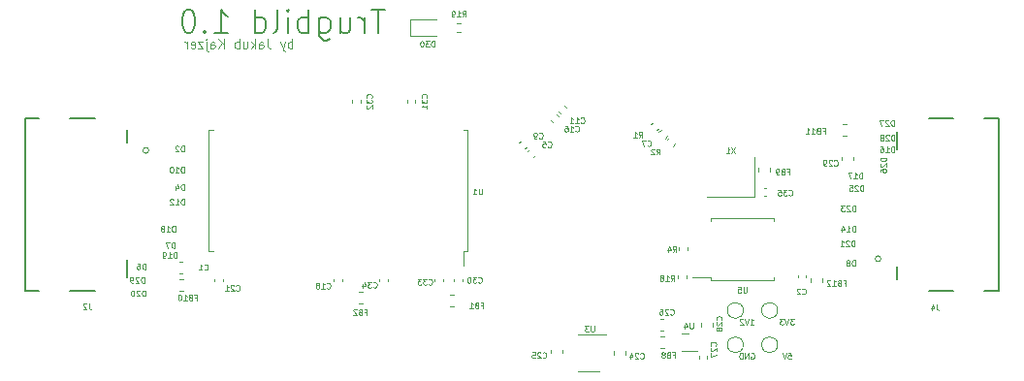
<source format=gbr>
%TF.GenerationSoftware,KiCad,Pcbnew,(5.1.10)-1*%
%TF.CreationDate,2021-07-24T21:30:02+02:00*%
%TF.ProjectId,Trugbild,54727567-6269-46c6-942e-6b696361645f,rev?*%
%TF.SameCoordinates,Original*%
%TF.FileFunction,Legend,Bot*%
%TF.FilePolarity,Positive*%
%FSLAX46Y46*%
G04 Gerber Fmt 4.6, Leading zero omitted, Abs format (unit mm)*
G04 Created by KiCad (PCBNEW (5.1.10)-1) date 2021-07-24 21:30:02*
%MOMM*%
%LPD*%
G01*
G04 APERTURE LIST*
%ADD10C,0.125000*%
%ADD11C,0.150000*%
%ADD12C,0.120000*%
%ADD13C,0.100000*%
%ADD14C,0.127000*%
G04 APERTURE END LIST*
D10*
X125316666Y-91039904D02*
X125316666Y-90239904D01*
X125316666Y-90544666D02*
X125240476Y-90506571D01*
X125088095Y-90506571D01*
X125011904Y-90544666D01*
X124973809Y-90582761D01*
X124935714Y-90658952D01*
X124935714Y-90887523D01*
X124973809Y-90963714D01*
X125011904Y-91001809D01*
X125088095Y-91039904D01*
X125240476Y-91039904D01*
X125316666Y-91001809D01*
X124669047Y-90506571D02*
X124478571Y-91039904D01*
X124288095Y-90506571D02*
X124478571Y-91039904D01*
X124554761Y-91230380D01*
X124592857Y-91268476D01*
X124669047Y-91306571D01*
X123145238Y-90239904D02*
X123145238Y-90811333D01*
X123183333Y-90925619D01*
X123259523Y-91001809D01*
X123373809Y-91039904D01*
X123450000Y-91039904D01*
X122421428Y-91039904D02*
X122421428Y-90620857D01*
X122459523Y-90544666D01*
X122535714Y-90506571D01*
X122688095Y-90506571D01*
X122764285Y-90544666D01*
X122421428Y-91001809D02*
X122497619Y-91039904D01*
X122688095Y-91039904D01*
X122764285Y-91001809D01*
X122802380Y-90925619D01*
X122802380Y-90849428D01*
X122764285Y-90773238D01*
X122688095Y-90735142D01*
X122497619Y-90735142D01*
X122421428Y-90697047D01*
X122040476Y-91039904D02*
X122040476Y-90239904D01*
X121964285Y-90735142D02*
X121735714Y-91039904D01*
X121735714Y-90506571D02*
X122040476Y-90811333D01*
X121050000Y-90506571D02*
X121050000Y-91039904D01*
X121392857Y-90506571D02*
X121392857Y-90925619D01*
X121354761Y-91001809D01*
X121278571Y-91039904D01*
X121164285Y-91039904D01*
X121088095Y-91001809D01*
X121050000Y-90963714D01*
X120669047Y-91039904D02*
X120669047Y-90239904D01*
X120669047Y-90544666D02*
X120592857Y-90506571D01*
X120440476Y-90506571D01*
X120364285Y-90544666D01*
X120326190Y-90582761D01*
X120288095Y-90658952D01*
X120288095Y-90887523D01*
X120326190Y-90963714D01*
X120364285Y-91001809D01*
X120440476Y-91039904D01*
X120592857Y-91039904D01*
X120669047Y-91001809D01*
X119335714Y-91039904D02*
X119335714Y-90239904D01*
X118878571Y-91039904D02*
X119221428Y-90582761D01*
X118878571Y-90239904D02*
X119335714Y-90697047D01*
X118192857Y-91039904D02*
X118192857Y-90620857D01*
X118230952Y-90544666D01*
X118307142Y-90506571D01*
X118459523Y-90506571D01*
X118535714Y-90544666D01*
X118192857Y-91001809D02*
X118269047Y-91039904D01*
X118459523Y-91039904D01*
X118535714Y-91001809D01*
X118573809Y-90925619D01*
X118573809Y-90849428D01*
X118535714Y-90773238D01*
X118459523Y-90735142D01*
X118269047Y-90735142D01*
X118192857Y-90697047D01*
X117811904Y-90506571D02*
X117811904Y-91192285D01*
X117850000Y-91268476D01*
X117926190Y-91306571D01*
X117964285Y-91306571D01*
X117811904Y-90239904D02*
X117850000Y-90278000D01*
X117811904Y-90316095D01*
X117773809Y-90278000D01*
X117811904Y-90239904D01*
X117811904Y-90316095D01*
X117507142Y-90506571D02*
X117088095Y-90506571D01*
X117507142Y-91039904D01*
X117088095Y-91039904D01*
X116478571Y-91001809D02*
X116554761Y-91039904D01*
X116707142Y-91039904D01*
X116783333Y-91001809D01*
X116821428Y-90925619D01*
X116821428Y-90620857D01*
X116783333Y-90544666D01*
X116707142Y-90506571D01*
X116554761Y-90506571D01*
X116478571Y-90544666D01*
X116440476Y-90620857D01*
X116440476Y-90697047D01*
X116821428Y-90773238D01*
X116097619Y-91039904D02*
X116097619Y-90506571D01*
X116097619Y-90658952D02*
X116059523Y-90582761D01*
X116021428Y-90544666D01*
X115945238Y-90506571D01*
X115869047Y-90506571D01*
D11*
X133402380Y-87694761D02*
X132259523Y-87694761D01*
X132830952Y-89694761D02*
X132830952Y-87694761D01*
X131592857Y-89694761D02*
X131592857Y-88361428D01*
X131592857Y-88742380D02*
X131497619Y-88551904D01*
X131402380Y-88456666D01*
X131211904Y-88361428D01*
X131021428Y-88361428D01*
X129497619Y-88361428D02*
X129497619Y-89694761D01*
X130354761Y-88361428D02*
X130354761Y-89409047D01*
X130259523Y-89599523D01*
X130069047Y-89694761D01*
X129783333Y-89694761D01*
X129592857Y-89599523D01*
X129497619Y-89504285D01*
X127688095Y-88361428D02*
X127688095Y-89980476D01*
X127783333Y-90170952D01*
X127878571Y-90266190D01*
X128069047Y-90361428D01*
X128354761Y-90361428D01*
X128545238Y-90266190D01*
X127688095Y-89599523D02*
X127878571Y-89694761D01*
X128259523Y-89694761D01*
X128450000Y-89599523D01*
X128545238Y-89504285D01*
X128640476Y-89313809D01*
X128640476Y-88742380D01*
X128545238Y-88551904D01*
X128450000Y-88456666D01*
X128259523Y-88361428D01*
X127878571Y-88361428D01*
X127688095Y-88456666D01*
X126735714Y-89694761D02*
X126735714Y-87694761D01*
X126735714Y-88456666D02*
X126545238Y-88361428D01*
X126164285Y-88361428D01*
X125973809Y-88456666D01*
X125878571Y-88551904D01*
X125783333Y-88742380D01*
X125783333Y-89313809D01*
X125878571Y-89504285D01*
X125973809Y-89599523D01*
X126164285Y-89694761D01*
X126545238Y-89694761D01*
X126735714Y-89599523D01*
X124926190Y-89694761D02*
X124926190Y-88361428D01*
X124926190Y-87694761D02*
X125021428Y-87790000D01*
X124926190Y-87885238D01*
X124830952Y-87790000D01*
X124926190Y-87694761D01*
X124926190Y-87885238D01*
X123688095Y-89694761D02*
X123878571Y-89599523D01*
X123973809Y-89409047D01*
X123973809Y-87694761D01*
X122069047Y-89694761D02*
X122069047Y-87694761D01*
X122069047Y-89599523D02*
X122259523Y-89694761D01*
X122640476Y-89694761D01*
X122830952Y-89599523D01*
X122926190Y-89504285D01*
X123021428Y-89313809D01*
X123021428Y-88742380D01*
X122926190Y-88551904D01*
X122830952Y-88456666D01*
X122640476Y-88361428D01*
X122259523Y-88361428D01*
X122069047Y-88456666D01*
X118545238Y-89694761D02*
X119688095Y-89694761D01*
X119116666Y-89694761D02*
X119116666Y-87694761D01*
X119307142Y-87980476D01*
X119497619Y-88170952D01*
X119688095Y-88266190D01*
X117688095Y-89504285D02*
X117592857Y-89599523D01*
X117688095Y-89694761D01*
X117783333Y-89599523D01*
X117688095Y-89504285D01*
X117688095Y-89694761D01*
X116354761Y-87694761D02*
X116164285Y-87694761D01*
X115973809Y-87790000D01*
X115878571Y-87885238D01*
X115783333Y-88075714D01*
X115688095Y-88456666D01*
X115688095Y-88932857D01*
X115783333Y-89313809D01*
X115878571Y-89504285D01*
X115973809Y-89599523D01*
X116164285Y-89694761D01*
X116354761Y-89694761D01*
X116545238Y-89599523D01*
X116640476Y-89504285D01*
X116735714Y-89313809D01*
X116830952Y-88932857D01*
X116830952Y-88456666D01*
X116735714Y-88075714D01*
X116640476Y-87885238D01*
X116545238Y-87790000D01*
X116354761Y-87694761D01*
D12*
%TO.C,GND*%
X164700000Y-116950000D02*
G75*
G03*
X164700000Y-116950000I-700000J0D01*
G01*
%TO.C,1V2*%
X164700000Y-113950000D02*
G75*
G03*
X164700000Y-113950000I-700000J0D01*
G01*
%TO.C,3V3*%
X167700000Y-113950000D02*
G75*
G03*
X167700000Y-113950000I-700000J0D01*
G01*
%TO.C,5V*%
X167700000Y-116950000D02*
G75*
G03*
X167700000Y-116950000I-700000J0D01*
G01*
%TO.C,U1*%
X118430000Y-108800000D02*
X118030000Y-108800000D01*
X118430000Y-98200000D02*
X118030000Y-98200000D01*
X140630000Y-98200000D02*
X140230000Y-98200000D01*
X118030000Y-108800000D02*
X118030000Y-98200000D01*
X140630000Y-108800000D02*
X140630000Y-98200000D01*
X140230000Y-108800000D02*
X140630000Y-108800000D01*
X140230000Y-110000000D02*
X140230000Y-108800000D01*
%TO.C,U5*%
X161860000Y-111075000D02*
X160210000Y-111075000D01*
X161860000Y-111335000D02*
X161860000Y-111075000D01*
X164610000Y-111335000D02*
X161860000Y-111335000D01*
X167360000Y-111335000D02*
X167360000Y-111075000D01*
X164610000Y-111335000D02*
X167360000Y-111335000D01*
X161860000Y-105885000D02*
X161860000Y-106145000D01*
X164610000Y-105885000D02*
X161860000Y-105885000D01*
X167360000Y-105885000D02*
X167360000Y-106145000D01*
X164610000Y-105885000D02*
X167360000Y-105885000D01*
%TO.C,R19*%
X140003641Y-88860000D02*
X139696359Y-88860000D01*
X140003641Y-89620000D02*
X139696359Y-89620000D01*
%TO.C,D30*%
X137910000Y-90005000D02*
X135625000Y-90005000D01*
X135625000Y-90005000D02*
X135625000Y-88535000D01*
X135625000Y-88535000D02*
X137910000Y-88535000D01*
%TO.C,R18*%
X159780000Y-111153641D02*
X159780000Y-110846359D01*
X159020000Y-111153641D02*
X159020000Y-110846359D01*
%TO.C,R4*%
X159810000Y-108713641D02*
X159810000Y-108406359D01*
X159050000Y-108713641D02*
X159050000Y-108406359D01*
%TO.C,FB12*%
X171620000Y-111502779D02*
X171620000Y-111177221D01*
X170600000Y-111502779D02*
X170600000Y-111177221D01*
%TO.C,C2*%
X169450000Y-110862164D02*
X169450000Y-111077836D01*
X170170000Y-110862164D02*
X170170000Y-111077836D01*
%TO.C,X1*%
X165698269Y-104049275D02*
X161498269Y-104049275D01*
X165698269Y-100549275D02*
X165698269Y-104049275D01*
%TO.C,FB11*%
X173387221Y-98730000D02*
X173712779Y-98730000D01*
X173387221Y-97710000D02*
X173712779Y-97710000D01*
%TO.C,FB10*%
X115802779Y-111200000D02*
X115477221Y-111200000D01*
X115802779Y-112220000D02*
X115477221Y-112220000D01*
%TO.C,FB9*%
X166041149Y-101468987D02*
X166041149Y-101794545D01*
X167061149Y-101468987D02*
X167061149Y-101794545D01*
%TO.C,FB8*%
X157762779Y-116190000D02*
X157437221Y-116190000D01*
X157762779Y-117210000D02*
X157437221Y-117210000D01*
%TO.C,FB2*%
X131137221Y-113360000D02*
X131462779Y-113360000D01*
X131137221Y-112340000D02*
X131462779Y-112340000D01*
%TO.C,FB1*%
X139087221Y-113560000D02*
X139412779Y-113560000D01*
X139087221Y-112540000D02*
X139412779Y-112540000D01*
%TO.C,C1*%
X115740580Y-109690000D02*
X115459420Y-109690000D01*
X115740580Y-110710000D02*
X115459420Y-110710000D01*
%TO.C,C35*%
X166502164Y-103950000D02*
X166717836Y-103950000D01*
X166502164Y-103230000D02*
X166717836Y-103230000D01*
%TO.C,C29*%
X173300000Y-100529420D02*
X173300000Y-100810580D01*
X174320000Y-100529420D02*
X174320000Y-100810580D01*
%TO.C,C28*%
X162010000Y-115340580D02*
X162010000Y-115059420D01*
X160990000Y-115340580D02*
X160990000Y-115059420D01*
%TO.C,C26*%
X157740580Y-114690000D02*
X157459420Y-114690000D01*
X157740580Y-115710000D02*
X157459420Y-115710000D01*
%TO.C,C25*%
X147890000Y-117409420D02*
X147890000Y-117690580D01*
X148910000Y-117409420D02*
X148910000Y-117690580D01*
%TO.C,C24*%
X153390000Y-117509420D02*
X153390000Y-117790580D01*
X154410000Y-117509420D02*
X154410000Y-117790580D01*
%TO.C,R2*%
X158548060Y-99586141D02*
X158765341Y-99368860D01*
X158010659Y-99048740D02*
X158227940Y-98831459D01*
%TO.C,R1*%
X157516740Y-98171059D02*
X157299459Y-98388340D01*
X158054141Y-98708460D02*
X157836860Y-98925741D01*
%TO.C,C34*%
X132940000Y-111192164D02*
X132940000Y-111407836D01*
X133660000Y-111192164D02*
X133660000Y-111407836D01*
%TO.C,C33*%
X137740000Y-111192164D02*
X137740000Y-111407836D01*
X138460000Y-111192164D02*
X138460000Y-111407836D01*
%TO.C,C32*%
X131260000Y-95807836D02*
X131260000Y-95592164D01*
X130540000Y-95807836D02*
X130540000Y-95592164D01*
%TO.C,C31*%
X136060000Y-95807836D02*
X136060000Y-95592164D01*
X135340000Y-95807836D02*
X135340000Y-95592164D01*
%TO.C,C30*%
X139440000Y-111192164D02*
X139440000Y-111407836D01*
X140160000Y-111192164D02*
X140160000Y-111407836D01*
%TO.C,C27*%
X160822000Y-117947764D02*
X160822000Y-118163436D01*
X161542000Y-117947764D02*
X161542000Y-118163436D01*
%TO.C,C21*%
X118540000Y-111192164D02*
X118540000Y-111407836D01*
X119260000Y-111192164D02*
X119260000Y-111407836D01*
%TO.C,C18*%
X128940000Y-111192164D02*
X128940000Y-111407836D01*
X129660000Y-111192164D02*
X129660000Y-111407836D01*
%TO.C,C16*%
X147882794Y-97314703D02*
X148035297Y-97467206D01*
X148391911Y-96805586D02*
X148544414Y-96958089D01*
%TO.C,C11*%
X148589901Y-96607596D02*
X148742404Y-96760099D01*
X149099018Y-96098479D02*
X149251521Y-96250982D01*
%TO.C,C9*%
X145271693Y-99169190D02*
X145119190Y-99321693D01*
X145780810Y-99678307D02*
X145628307Y-99830810D01*
%TO.C,C7*%
X157143907Y-98218810D02*
X157296410Y-98066307D01*
X156634790Y-97709693D02*
X156787293Y-97557190D01*
%TO.C,C5*%
X146021693Y-99869190D02*
X145869190Y-100021693D01*
X146530810Y-100378307D02*
X146378307Y-100530810D01*
D13*
%TO.C,J4*%
X176714000Y-109430000D02*
G75*
G03*
X176714000Y-109430000I-254000J0D01*
G01*
D14*
X183060000Y-97200000D02*
X180870000Y-97200000D01*
X187000000Y-97200000D02*
X185770000Y-97200000D01*
X187000000Y-112200000D02*
X187000000Y-97200000D01*
X185770000Y-112200000D02*
X187000000Y-112200000D01*
X180870000Y-112200000D02*
X183060000Y-112200000D01*
X178100000Y-110150000D02*
X178100000Y-111250000D01*
X178100000Y-98350000D02*
X178100000Y-99850000D01*
%TO.C,J2*%
X110890000Y-111050000D02*
X110890000Y-109550000D01*
X110890000Y-99250000D02*
X110890000Y-98150000D01*
X108120000Y-97200000D02*
X105930000Y-97200000D01*
X103220000Y-97200000D02*
X101990000Y-97200000D01*
X101990000Y-97200000D02*
X101990000Y-112200000D01*
X101990000Y-112200000D02*
X103220000Y-112200000D01*
X105930000Y-112200000D02*
X108120000Y-112200000D01*
D13*
X112784000Y-99970000D02*
G75*
G03*
X112784000Y-99970000I-254000J0D01*
G01*
D12*
%TO.C,U4*%
X159932000Y-116000000D02*
X159282000Y-116000000D01*
X160632000Y-117450000D02*
X159282000Y-117450000D01*
%TO.C,U3*%
X152100000Y-119260000D02*
X150300000Y-119260000D01*
X150300000Y-116040000D02*
X152750000Y-116040000D01*
%TO.C,GND*%
D10*
X165380952Y-117700000D02*
X165428571Y-117676190D01*
X165500000Y-117676190D01*
X165571428Y-117700000D01*
X165619047Y-117747619D01*
X165642857Y-117795238D01*
X165666666Y-117890476D01*
X165666666Y-117961904D01*
X165642857Y-118057142D01*
X165619047Y-118104761D01*
X165571428Y-118152380D01*
X165500000Y-118176190D01*
X165452380Y-118176190D01*
X165380952Y-118152380D01*
X165357142Y-118128571D01*
X165357142Y-117961904D01*
X165452380Y-117961904D01*
X165142857Y-118176190D02*
X165142857Y-117676190D01*
X164857142Y-118176190D01*
X164857142Y-117676190D01*
X164619047Y-118176190D02*
X164619047Y-117676190D01*
X164500000Y-117676190D01*
X164428571Y-117700000D01*
X164380952Y-117747619D01*
X164357142Y-117795238D01*
X164333333Y-117890476D01*
X164333333Y-117961904D01*
X164357142Y-118057142D01*
X164380952Y-118104761D01*
X164428571Y-118152380D01*
X164500000Y-118176190D01*
X164619047Y-118176190D01*
%TO.C,1V2*%
X165309523Y-115176190D02*
X165595238Y-115176190D01*
X165452380Y-115176190D02*
X165452380Y-114676190D01*
X165500000Y-114747619D01*
X165547619Y-114795238D01*
X165595238Y-114819047D01*
X165166666Y-114676190D02*
X165000000Y-115176190D01*
X164833333Y-114676190D01*
X164690476Y-114723809D02*
X164666666Y-114700000D01*
X164619047Y-114676190D01*
X164500000Y-114676190D01*
X164452380Y-114700000D01*
X164428571Y-114723809D01*
X164404761Y-114771428D01*
X164404761Y-114819047D01*
X164428571Y-114890476D01*
X164714285Y-115176190D01*
X164404761Y-115176190D01*
%TO.C,3V3*%
X169119047Y-114676190D02*
X168809523Y-114676190D01*
X168976190Y-114866666D01*
X168904761Y-114866666D01*
X168857142Y-114890476D01*
X168833333Y-114914285D01*
X168809523Y-114961904D01*
X168809523Y-115080952D01*
X168833333Y-115128571D01*
X168857142Y-115152380D01*
X168904761Y-115176190D01*
X169047619Y-115176190D01*
X169095238Y-115152380D01*
X169119047Y-115128571D01*
X168666666Y-114676190D02*
X168500000Y-115176190D01*
X168333333Y-114676190D01*
X168214285Y-114676190D02*
X167904761Y-114676190D01*
X168071428Y-114866666D01*
X168000000Y-114866666D01*
X167952380Y-114890476D01*
X167928571Y-114914285D01*
X167904761Y-114961904D01*
X167904761Y-115080952D01*
X167928571Y-115128571D01*
X167952380Y-115152380D01*
X168000000Y-115176190D01*
X168142857Y-115176190D01*
X168190476Y-115152380D01*
X168214285Y-115128571D01*
%TO.C,5V*%
X168595238Y-117676190D02*
X168833333Y-117676190D01*
X168857142Y-117914285D01*
X168833333Y-117890476D01*
X168785714Y-117866666D01*
X168666666Y-117866666D01*
X168619047Y-117890476D01*
X168595238Y-117914285D01*
X168571428Y-117961904D01*
X168571428Y-118080952D01*
X168595238Y-118128571D01*
X168619047Y-118152380D01*
X168666666Y-118176190D01*
X168785714Y-118176190D01*
X168833333Y-118152380D01*
X168857142Y-118128571D01*
X168428571Y-117676190D02*
X168261904Y-118176190D01*
X168095238Y-117676190D01*
%TO.C,U1*%
X141871652Y-103307390D02*
X141871652Y-103712152D01*
X141847842Y-103759771D01*
X141824033Y-103783580D01*
X141776414Y-103807390D01*
X141681176Y-103807390D01*
X141633557Y-103783580D01*
X141609747Y-103759771D01*
X141585938Y-103712152D01*
X141585938Y-103307390D01*
X141085938Y-103807390D02*
X141371652Y-103807390D01*
X141228795Y-103807390D02*
X141228795Y-103307390D01*
X141276414Y-103378819D01*
X141324033Y-103426438D01*
X141371652Y-103450247D01*
%TO.C,U5*%
X164990952Y-111896190D02*
X164990952Y-112300952D01*
X164967142Y-112348571D01*
X164943333Y-112372380D01*
X164895714Y-112396190D01*
X164800476Y-112396190D01*
X164752857Y-112372380D01*
X164729047Y-112348571D01*
X164705238Y-112300952D01*
X164705238Y-111896190D01*
X164229047Y-111896190D02*
X164467142Y-111896190D01*
X164490952Y-112134285D01*
X164467142Y-112110476D01*
X164419523Y-112086666D01*
X164300476Y-112086666D01*
X164252857Y-112110476D01*
X164229047Y-112134285D01*
X164205238Y-112181904D01*
X164205238Y-112300952D01*
X164229047Y-112348571D01*
X164252857Y-112372380D01*
X164300476Y-112396190D01*
X164419523Y-112396190D01*
X164467142Y-112372380D01*
X164490952Y-112348571D01*
%TO.C,R19*%
X140171428Y-88296190D02*
X140338095Y-88058095D01*
X140457142Y-88296190D02*
X140457142Y-87796190D01*
X140266666Y-87796190D01*
X140219047Y-87820000D01*
X140195238Y-87843809D01*
X140171428Y-87891428D01*
X140171428Y-87962857D01*
X140195238Y-88010476D01*
X140219047Y-88034285D01*
X140266666Y-88058095D01*
X140457142Y-88058095D01*
X139695238Y-88296190D02*
X139980952Y-88296190D01*
X139838095Y-88296190D02*
X139838095Y-87796190D01*
X139885714Y-87867619D01*
X139933333Y-87915238D01*
X139980952Y-87939047D01*
X139457142Y-88296190D02*
X139361904Y-88296190D01*
X139314285Y-88272380D01*
X139290476Y-88248571D01*
X139242857Y-88177142D01*
X139219047Y-88081904D01*
X139219047Y-87891428D01*
X139242857Y-87843809D01*
X139266666Y-87820000D01*
X139314285Y-87796190D01*
X139409523Y-87796190D01*
X139457142Y-87820000D01*
X139480952Y-87843809D01*
X139504761Y-87891428D01*
X139504761Y-88010476D01*
X139480952Y-88058095D01*
X139457142Y-88081904D01*
X139409523Y-88105714D01*
X139314285Y-88105714D01*
X139266666Y-88081904D01*
X139242857Y-88058095D01*
X139219047Y-88010476D01*
%TO.C,D30*%
X137717142Y-90926190D02*
X137717142Y-90426190D01*
X137598095Y-90426190D01*
X137526666Y-90450000D01*
X137479047Y-90497619D01*
X137455238Y-90545238D01*
X137431428Y-90640476D01*
X137431428Y-90711904D01*
X137455238Y-90807142D01*
X137479047Y-90854761D01*
X137526666Y-90902380D01*
X137598095Y-90926190D01*
X137717142Y-90926190D01*
X137264761Y-90426190D02*
X136955238Y-90426190D01*
X137121904Y-90616666D01*
X137050476Y-90616666D01*
X137002857Y-90640476D01*
X136979047Y-90664285D01*
X136955238Y-90711904D01*
X136955238Y-90830952D01*
X136979047Y-90878571D01*
X137002857Y-90902380D01*
X137050476Y-90926190D01*
X137193333Y-90926190D01*
X137240952Y-90902380D01*
X137264761Y-90878571D01*
X136645714Y-90426190D02*
X136598095Y-90426190D01*
X136550476Y-90450000D01*
X136526666Y-90473809D01*
X136502857Y-90521428D01*
X136479047Y-90616666D01*
X136479047Y-90735714D01*
X136502857Y-90830952D01*
X136526666Y-90878571D01*
X136550476Y-90902380D01*
X136598095Y-90926190D01*
X136645714Y-90926190D01*
X136693333Y-90902380D01*
X136717142Y-90878571D01*
X136740952Y-90830952D01*
X136764761Y-90735714D01*
X136764761Y-90616666D01*
X136740952Y-90521428D01*
X136717142Y-90473809D01*
X136693333Y-90450000D01*
X136645714Y-90426190D01*
%TO.C,R18*%
X158372928Y-111376590D02*
X158539595Y-111138495D01*
X158658642Y-111376590D02*
X158658642Y-110876590D01*
X158468166Y-110876590D01*
X158420547Y-110900400D01*
X158396738Y-110924209D01*
X158372928Y-110971828D01*
X158372928Y-111043257D01*
X158396738Y-111090876D01*
X158420547Y-111114685D01*
X158468166Y-111138495D01*
X158658642Y-111138495D01*
X157896738Y-111376590D02*
X158182452Y-111376590D01*
X158039595Y-111376590D02*
X158039595Y-110876590D01*
X158087214Y-110948019D01*
X158134833Y-110995638D01*
X158182452Y-111019447D01*
X157611023Y-111090876D02*
X157658642Y-111067066D01*
X157682452Y-111043257D01*
X157706261Y-110995638D01*
X157706261Y-110971828D01*
X157682452Y-110924209D01*
X157658642Y-110900400D01*
X157611023Y-110876590D01*
X157515785Y-110876590D01*
X157468166Y-110900400D01*
X157444357Y-110924209D01*
X157420547Y-110971828D01*
X157420547Y-110995638D01*
X157444357Y-111043257D01*
X157468166Y-111067066D01*
X157515785Y-111090876D01*
X157611023Y-111090876D01*
X157658642Y-111114685D01*
X157682452Y-111138495D01*
X157706261Y-111186114D01*
X157706261Y-111281352D01*
X157682452Y-111328971D01*
X157658642Y-111352780D01*
X157611023Y-111376590D01*
X157515785Y-111376590D01*
X157468166Y-111352780D01*
X157444357Y-111328971D01*
X157420547Y-111281352D01*
X157420547Y-111186114D01*
X157444357Y-111138495D01*
X157468166Y-111114685D01*
X157515785Y-111090876D01*
%TO.C,R4*%
X158541233Y-108861990D02*
X158707900Y-108623895D01*
X158826947Y-108861990D02*
X158826947Y-108361990D01*
X158636471Y-108361990D01*
X158588852Y-108385800D01*
X158565042Y-108409609D01*
X158541233Y-108457228D01*
X158541233Y-108528657D01*
X158565042Y-108576276D01*
X158588852Y-108600085D01*
X158636471Y-108623895D01*
X158826947Y-108623895D01*
X158112661Y-108528657D02*
X158112661Y-108861990D01*
X158231709Y-108338180D02*
X158350757Y-108695323D01*
X158041233Y-108695323D01*
%TO.C,FB12*%
X173501761Y-111521085D02*
X173668428Y-111521085D01*
X173668428Y-111782990D02*
X173668428Y-111282990D01*
X173430333Y-111282990D01*
X173073190Y-111521085D02*
X173001761Y-111544895D01*
X172977952Y-111568704D01*
X172954142Y-111616323D01*
X172954142Y-111687752D01*
X172977952Y-111735371D01*
X173001761Y-111759180D01*
X173049380Y-111782990D01*
X173239857Y-111782990D01*
X173239857Y-111282990D01*
X173073190Y-111282990D01*
X173025571Y-111306800D01*
X173001761Y-111330609D01*
X172977952Y-111378228D01*
X172977952Y-111425847D01*
X173001761Y-111473466D01*
X173025571Y-111497276D01*
X173073190Y-111521085D01*
X173239857Y-111521085D01*
X172477952Y-111782990D02*
X172763666Y-111782990D01*
X172620809Y-111782990D02*
X172620809Y-111282990D01*
X172668428Y-111354419D01*
X172716047Y-111402038D01*
X172763666Y-111425847D01*
X172287476Y-111330609D02*
X172263666Y-111306800D01*
X172216047Y-111282990D01*
X172097000Y-111282990D01*
X172049380Y-111306800D01*
X172025571Y-111330609D01*
X172001761Y-111378228D01*
X172001761Y-111425847D01*
X172025571Y-111497276D01*
X172311285Y-111782990D01*
X172001761Y-111782990D01*
%TO.C,C2*%
X169844233Y-112484671D02*
X169868042Y-112508480D01*
X169939471Y-112532290D01*
X169987090Y-112532290D01*
X170058519Y-112508480D01*
X170106138Y-112460861D01*
X170129947Y-112413242D01*
X170153757Y-112318004D01*
X170153757Y-112246576D01*
X170129947Y-112151338D01*
X170106138Y-112103719D01*
X170058519Y-112056100D01*
X169987090Y-112032290D01*
X169939471Y-112032290D01*
X169868042Y-112056100D01*
X169844233Y-112079909D01*
X169653757Y-112079909D02*
X169629947Y-112056100D01*
X169582328Y-112032290D01*
X169463280Y-112032290D01*
X169415661Y-112056100D01*
X169391852Y-112079909D01*
X169368042Y-112127528D01*
X169368042Y-112175147D01*
X169391852Y-112246576D01*
X169677566Y-112532290D01*
X169368042Y-112532290D01*
%TO.C,X1*%
X164003030Y-99738690D02*
X163669697Y-100238690D01*
X163669697Y-99738690D02*
X164003030Y-100238690D01*
X163217316Y-100238690D02*
X163503030Y-100238690D01*
X163360173Y-100238690D02*
X163360173Y-99738690D01*
X163407792Y-99810119D01*
X163455411Y-99857738D01*
X163503030Y-99881547D01*
%TO.C,FB11*%
X171647561Y-98249585D02*
X171814228Y-98249585D01*
X171814228Y-98511490D02*
X171814228Y-98011490D01*
X171576133Y-98011490D01*
X171218990Y-98249585D02*
X171147561Y-98273395D01*
X171123752Y-98297204D01*
X171099942Y-98344823D01*
X171099942Y-98416252D01*
X171123752Y-98463871D01*
X171147561Y-98487680D01*
X171195180Y-98511490D01*
X171385657Y-98511490D01*
X171385657Y-98011490D01*
X171218990Y-98011490D01*
X171171371Y-98035300D01*
X171147561Y-98059109D01*
X171123752Y-98106728D01*
X171123752Y-98154347D01*
X171147561Y-98201966D01*
X171171371Y-98225776D01*
X171218990Y-98249585D01*
X171385657Y-98249585D01*
X170623752Y-98511490D02*
X170909466Y-98511490D01*
X170766609Y-98511490D02*
X170766609Y-98011490D01*
X170814228Y-98082919D01*
X170861847Y-98130538D01*
X170909466Y-98154347D01*
X170147561Y-98511490D02*
X170433276Y-98511490D01*
X170290419Y-98511490D02*
X170290419Y-98011490D01*
X170338038Y-98082919D01*
X170385657Y-98130538D01*
X170433276Y-98154347D01*
%TO.C,FB10*%
X116834361Y-112803785D02*
X117001028Y-112803785D01*
X117001028Y-113065690D02*
X117001028Y-112565690D01*
X116762933Y-112565690D01*
X116405790Y-112803785D02*
X116334361Y-112827595D01*
X116310552Y-112851404D01*
X116286742Y-112899023D01*
X116286742Y-112970452D01*
X116310552Y-113018071D01*
X116334361Y-113041880D01*
X116381980Y-113065690D01*
X116572457Y-113065690D01*
X116572457Y-112565690D01*
X116405790Y-112565690D01*
X116358171Y-112589500D01*
X116334361Y-112613309D01*
X116310552Y-112660928D01*
X116310552Y-112708547D01*
X116334361Y-112756166D01*
X116358171Y-112779976D01*
X116405790Y-112803785D01*
X116572457Y-112803785D01*
X115810552Y-113065690D02*
X116096266Y-113065690D01*
X115953409Y-113065690D02*
X115953409Y-112565690D01*
X116001028Y-112637119D01*
X116048647Y-112684738D01*
X116096266Y-112708547D01*
X115501028Y-112565690D02*
X115453409Y-112565690D01*
X115405790Y-112589500D01*
X115381980Y-112613309D01*
X115358171Y-112660928D01*
X115334361Y-112756166D01*
X115334361Y-112875214D01*
X115358171Y-112970452D01*
X115381980Y-113018071D01*
X115405790Y-113041880D01*
X115453409Y-113065690D01*
X115501028Y-113065690D01*
X115548647Y-113041880D01*
X115572457Y-113018071D01*
X115596266Y-112970452D01*
X115620076Y-112875214D01*
X115620076Y-112756166D01*
X115596266Y-112660928D01*
X115572457Y-112613309D01*
X115548647Y-112589500D01*
X115501028Y-112565690D01*
%TO.C,FB9*%
X168564666Y-101805585D02*
X168731333Y-101805585D01*
X168731333Y-102067490D02*
X168731333Y-101567490D01*
X168493238Y-101567490D01*
X168136095Y-101805585D02*
X168064666Y-101829395D01*
X168040857Y-101853204D01*
X168017047Y-101900823D01*
X168017047Y-101972252D01*
X168040857Y-102019871D01*
X168064666Y-102043680D01*
X168112285Y-102067490D01*
X168302761Y-102067490D01*
X168302761Y-101567490D01*
X168136095Y-101567490D01*
X168088476Y-101591300D01*
X168064666Y-101615109D01*
X168040857Y-101662728D01*
X168040857Y-101710347D01*
X168064666Y-101757966D01*
X168088476Y-101781776D01*
X168136095Y-101805585D01*
X168302761Y-101805585D01*
X167778952Y-102067490D02*
X167683714Y-102067490D01*
X167636095Y-102043680D01*
X167612285Y-102019871D01*
X167564666Y-101948442D01*
X167540857Y-101853204D01*
X167540857Y-101662728D01*
X167564666Y-101615109D01*
X167588476Y-101591300D01*
X167636095Y-101567490D01*
X167731333Y-101567490D01*
X167778952Y-101591300D01*
X167802761Y-101615109D01*
X167826571Y-101662728D01*
X167826571Y-101781776D01*
X167802761Y-101829395D01*
X167778952Y-101853204D01*
X167731333Y-101877014D01*
X167636095Y-101877014D01*
X167588476Y-101853204D01*
X167564666Y-101829395D01*
X167540857Y-101781776D01*
%TO.C,FB8*%
X158582466Y-117832985D02*
X158749133Y-117832985D01*
X158749133Y-118094890D02*
X158749133Y-117594890D01*
X158511038Y-117594890D01*
X158153895Y-117832985D02*
X158082466Y-117856795D01*
X158058657Y-117880604D01*
X158034847Y-117928223D01*
X158034847Y-117999652D01*
X158058657Y-118047271D01*
X158082466Y-118071080D01*
X158130085Y-118094890D01*
X158320561Y-118094890D01*
X158320561Y-117594890D01*
X158153895Y-117594890D01*
X158106276Y-117618700D01*
X158082466Y-117642509D01*
X158058657Y-117690128D01*
X158058657Y-117737747D01*
X158082466Y-117785366D01*
X158106276Y-117809176D01*
X158153895Y-117832985D01*
X158320561Y-117832985D01*
X157749133Y-117809176D02*
X157796752Y-117785366D01*
X157820561Y-117761557D01*
X157844371Y-117713938D01*
X157844371Y-117690128D01*
X157820561Y-117642509D01*
X157796752Y-117618700D01*
X157749133Y-117594890D01*
X157653895Y-117594890D01*
X157606276Y-117618700D01*
X157582466Y-117642509D01*
X157558657Y-117690128D01*
X157558657Y-117713938D01*
X157582466Y-117761557D01*
X157606276Y-117785366D01*
X157653895Y-117809176D01*
X157749133Y-117809176D01*
X157796752Y-117832985D01*
X157820561Y-117856795D01*
X157844371Y-117904414D01*
X157844371Y-117999652D01*
X157820561Y-118047271D01*
X157796752Y-118071080D01*
X157749133Y-118094890D01*
X157653895Y-118094890D01*
X157606276Y-118071080D01*
X157582466Y-118047271D01*
X157558657Y-117999652D01*
X157558657Y-117904414D01*
X157582466Y-117856795D01*
X157606276Y-117832985D01*
X157653895Y-117809176D01*
%TO.C,FB2*%
X131671166Y-114061085D02*
X131837833Y-114061085D01*
X131837833Y-114322990D02*
X131837833Y-113822990D01*
X131599738Y-113822990D01*
X131242595Y-114061085D02*
X131171166Y-114084895D01*
X131147357Y-114108704D01*
X131123547Y-114156323D01*
X131123547Y-114227752D01*
X131147357Y-114275371D01*
X131171166Y-114299180D01*
X131218785Y-114322990D01*
X131409261Y-114322990D01*
X131409261Y-113822990D01*
X131242595Y-113822990D01*
X131194976Y-113846800D01*
X131171166Y-113870609D01*
X131147357Y-113918228D01*
X131147357Y-113965847D01*
X131171166Y-114013466D01*
X131194976Y-114037276D01*
X131242595Y-114061085D01*
X131409261Y-114061085D01*
X130933071Y-113870609D02*
X130909261Y-113846800D01*
X130861642Y-113822990D01*
X130742595Y-113822990D01*
X130694976Y-113846800D01*
X130671166Y-113870609D01*
X130647357Y-113918228D01*
X130647357Y-113965847D01*
X130671166Y-114037276D01*
X130956880Y-114322990D01*
X130647357Y-114322990D01*
%TO.C,FB1*%
X141831166Y-113489585D02*
X141997833Y-113489585D01*
X141997833Y-113751490D02*
X141997833Y-113251490D01*
X141759738Y-113251490D01*
X141402595Y-113489585D02*
X141331166Y-113513395D01*
X141307357Y-113537204D01*
X141283547Y-113584823D01*
X141283547Y-113656252D01*
X141307357Y-113703871D01*
X141331166Y-113727680D01*
X141378785Y-113751490D01*
X141569261Y-113751490D01*
X141569261Y-113251490D01*
X141402595Y-113251490D01*
X141354976Y-113275300D01*
X141331166Y-113299109D01*
X141307357Y-113346728D01*
X141307357Y-113394347D01*
X141331166Y-113441966D01*
X141354976Y-113465776D01*
X141402595Y-113489585D01*
X141569261Y-113489585D01*
X140807357Y-113751490D02*
X141093071Y-113751490D01*
X140950214Y-113751490D02*
X140950214Y-113251490D01*
X140997833Y-113322919D01*
X141045452Y-113370538D01*
X141093071Y-113394347D01*
%TO.C,C1*%
X117621833Y-110363771D02*
X117645642Y-110387580D01*
X117717071Y-110411390D01*
X117764690Y-110411390D01*
X117836119Y-110387580D01*
X117883738Y-110339961D01*
X117907547Y-110292342D01*
X117931357Y-110197104D01*
X117931357Y-110125676D01*
X117907547Y-110030438D01*
X117883738Y-109982819D01*
X117836119Y-109935200D01*
X117764690Y-109911390D01*
X117717071Y-109911390D01*
X117645642Y-109935200D01*
X117621833Y-109959009D01*
X117145642Y-110411390D02*
X117431357Y-110411390D01*
X117288500Y-110411390D02*
X117288500Y-109911390D01*
X117336119Y-109982819D01*
X117383738Y-110030438D01*
X117431357Y-110054247D01*
%TO.C,C35*%
X168667980Y-103866826D02*
X168691790Y-103890635D01*
X168763218Y-103914445D01*
X168810837Y-103914445D01*
X168882266Y-103890635D01*
X168929885Y-103843016D01*
X168953694Y-103795397D01*
X168977504Y-103700159D01*
X168977504Y-103628731D01*
X168953694Y-103533493D01*
X168929885Y-103485874D01*
X168882266Y-103438255D01*
X168810837Y-103414445D01*
X168763218Y-103414445D01*
X168691790Y-103438255D01*
X168667980Y-103462064D01*
X168501313Y-103414445D02*
X168191790Y-103414445D01*
X168358456Y-103604921D01*
X168287028Y-103604921D01*
X168239409Y-103628731D01*
X168215599Y-103652540D01*
X168191790Y-103700159D01*
X168191790Y-103819207D01*
X168215599Y-103866826D01*
X168239409Y-103890635D01*
X168287028Y-103914445D01*
X168429885Y-103914445D01*
X168477504Y-103890635D01*
X168501313Y-103866826D01*
X167739409Y-103414445D02*
X167977504Y-103414445D01*
X168001313Y-103652540D01*
X167977504Y-103628731D01*
X167929885Y-103604921D01*
X167810837Y-103604921D01*
X167763218Y-103628731D01*
X167739409Y-103652540D01*
X167715599Y-103700159D01*
X167715599Y-103819207D01*
X167739409Y-103866826D01*
X167763218Y-103890635D01*
X167810837Y-103914445D01*
X167929885Y-103914445D01*
X167977504Y-103890635D01*
X168001313Y-103866826D01*
%TO.C,C29*%
X172622328Y-101270571D02*
X172646138Y-101294380D01*
X172717566Y-101318190D01*
X172765185Y-101318190D01*
X172836614Y-101294380D01*
X172884233Y-101246761D01*
X172908042Y-101199142D01*
X172931852Y-101103904D01*
X172931852Y-101032476D01*
X172908042Y-100937238D01*
X172884233Y-100889619D01*
X172836614Y-100842000D01*
X172765185Y-100818190D01*
X172717566Y-100818190D01*
X172646138Y-100842000D01*
X172622328Y-100865809D01*
X172431852Y-100865809D02*
X172408042Y-100842000D01*
X172360423Y-100818190D01*
X172241376Y-100818190D01*
X172193757Y-100842000D01*
X172169947Y-100865809D01*
X172146138Y-100913428D01*
X172146138Y-100961047D01*
X172169947Y-101032476D01*
X172455661Y-101318190D01*
X172146138Y-101318190D01*
X171908042Y-101318190D02*
X171812804Y-101318190D01*
X171765185Y-101294380D01*
X171741376Y-101270571D01*
X171693757Y-101199142D01*
X171669947Y-101103904D01*
X171669947Y-100913428D01*
X171693757Y-100865809D01*
X171717566Y-100842000D01*
X171765185Y-100818190D01*
X171860423Y-100818190D01*
X171908042Y-100842000D01*
X171931852Y-100865809D01*
X171955661Y-100913428D01*
X171955661Y-101032476D01*
X171931852Y-101080095D01*
X171908042Y-101103904D01*
X171860423Y-101127714D01*
X171765185Y-101127714D01*
X171717566Y-101103904D01*
X171693757Y-101080095D01*
X171669947Y-101032476D01*
%TO.C,C28*%
X162778571Y-114778571D02*
X162802380Y-114754761D01*
X162826190Y-114683333D01*
X162826190Y-114635714D01*
X162802380Y-114564285D01*
X162754761Y-114516666D01*
X162707142Y-114492857D01*
X162611904Y-114469047D01*
X162540476Y-114469047D01*
X162445238Y-114492857D01*
X162397619Y-114516666D01*
X162350000Y-114564285D01*
X162326190Y-114635714D01*
X162326190Y-114683333D01*
X162350000Y-114754761D01*
X162373809Y-114778571D01*
X162373809Y-114969047D02*
X162350000Y-114992857D01*
X162326190Y-115040476D01*
X162326190Y-115159523D01*
X162350000Y-115207142D01*
X162373809Y-115230952D01*
X162421428Y-115254761D01*
X162469047Y-115254761D01*
X162540476Y-115230952D01*
X162826190Y-114945238D01*
X162826190Y-115254761D01*
X162540476Y-115540476D02*
X162516666Y-115492857D01*
X162492857Y-115469047D01*
X162445238Y-115445238D01*
X162421428Y-115445238D01*
X162373809Y-115469047D01*
X162350000Y-115492857D01*
X162326190Y-115540476D01*
X162326190Y-115635714D01*
X162350000Y-115683333D01*
X162373809Y-115707142D01*
X162421428Y-115730952D01*
X162445238Y-115730952D01*
X162492857Y-115707142D01*
X162516666Y-115683333D01*
X162540476Y-115635714D01*
X162540476Y-115540476D01*
X162564285Y-115492857D01*
X162588095Y-115469047D01*
X162635714Y-115445238D01*
X162730952Y-115445238D01*
X162778571Y-115469047D01*
X162802380Y-115492857D01*
X162826190Y-115540476D01*
X162826190Y-115635714D01*
X162802380Y-115683333D01*
X162778571Y-115707142D01*
X162730952Y-115730952D01*
X162635714Y-115730952D01*
X162588095Y-115707142D01*
X162564285Y-115683333D01*
X162540476Y-115635714D01*
%TO.C,C26*%
X158322128Y-114288071D02*
X158345938Y-114311880D01*
X158417366Y-114335690D01*
X158464985Y-114335690D01*
X158536414Y-114311880D01*
X158584033Y-114264261D01*
X158607842Y-114216642D01*
X158631652Y-114121404D01*
X158631652Y-114049976D01*
X158607842Y-113954738D01*
X158584033Y-113907119D01*
X158536414Y-113859500D01*
X158464985Y-113835690D01*
X158417366Y-113835690D01*
X158345938Y-113859500D01*
X158322128Y-113883309D01*
X158131652Y-113883309D02*
X158107842Y-113859500D01*
X158060223Y-113835690D01*
X157941176Y-113835690D01*
X157893557Y-113859500D01*
X157869747Y-113883309D01*
X157845938Y-113930928D01*
X157845938Y-113978547D01*
X157869747Y-114049976D01*
X158155461Y-114335690D01*
X157845938Y-114335690D01*
X157417366Y-113835690D02*
X157512604Y-113835690D01*
X157560223Y-113859500D01*
X157584033Y-113883309D01*
X157631652Y-113954738D01*
X157655461Y-114049976D01*
X157655461Y-114240452D01*
X157631652Y-114288071D01*
X157607842Y-114311880D01*
X157560223Y-114335690D01*
X157464985Y-114335690D01*
X157417366Y-114311880D01*
X157393557Y-114288071D01*
X157369747Y-114240452D01*
X157369747Y-114121404D01*
X157393557Y-114073785D01*
X157417366Y-114049976D01*
X157464985Y-114026166D01*
X157560223Y-114026166D01*
X157607842Y-114049976D01*
X157631652Y-114073785D01*
X157655461Y-114121404D01*
%TO.C,C25*%
X147184228Y-118059971D02*
X147208038Y-118083780D01*
X147279466Y-118107590D01*
X147327085Y-118107590D01*
X147398514Y-118083780D01*
X147446133Y-118036161D01*
X147469942Y-117988542D01*
X147493752Y-117893304D01*
X147493752Y-117821876D01*
X147469942Y-117726638D01*
X147446133Y-117679019D01*
X147398514Y-117631400D01*
X147327085Y-117607590D01*
X147279466Y-117607590D01*
X147208038Y-117631400D01*
X147184228Y-117655209D01*
X146993752Y-117655209D02*
X146969942Y-117631400D01*
X146922323Y-117607590D01*
X146803276Y-117607590D01*
X146755657Y-117631400D01*
X146731847Y-117655209D01*
X146708038Y-117702828D01*
X146708038Y-117750447D01*
X146731847Y-117821876D01*
X147017561Y-118107590D01*
X146708038Y-118107590D01*
X146255657Y-117607590D02*
X146493752Y-117607590D01*
X146517561Y-117845685D01*
X146493752Y-117821876D01*
X146446133Y-117798066D01*
X146327085Y-117798066D01*
X146279466Y-117821876D01*
X146255657Y-117845685D01*
X146231847Y-117893304D01*
X146231847Y-118012352D01*
X146255657Y-118059971D01*
X146279466Y-118083780D01*
X146327085Y-118107590D01*
X146446133Y-118107590D01*
X146493752Y-118083780D01*
X146517561Y-118059971D01*
%TO.C,C24*%
X155705928Y-118110771D02*
X155729738Y-118134580D01*
X155801166Y-118158390D01*
X155848785Y-118158390D01*
X155920214Y-118134580D01*
X155967833Y-118086961D01*
X155991642Y-118039342D01*
X156015452Y-117944104D01*
X156015452Y-117872676D01*
X155991642Y-117777438D01*
X155967833Y-117729819D01*
X155920214Y-117682200D01*
X155848785Y-117658390D01*
X155801166Y-117658390D01*
X155729738Y-117682200D01*
X155705928Y-117706009D01*
X155515452Y-117706009D02*
X155491642Y-117682200D01*
X155444023Y-117658390D01*
X155324976Y-117658390D01*
X155277357Y-117682200D01*
X155253547Y-117706009D01*
X155229738Y-117753628D01*
X155229738Y-117801247D01*
X155253547Y-117872676D01*
X155539261Y-118158390D01*
X155229738Y-118158390D01*
X154801166Y-117825057D02*
X154801166Y-118158390D01*
X154920214Y-117634580D02*
X155039261Y-117991723D01*
X154729738Y-117991723D01*
%TO.C,R2*%
X157118833Y-100340290D02*
X157285500Y-100102195D01*
X157404547Y-100340290D02*
X157404547Y-99840290D01*
X157214071Y-99840290D01*
X157166452Y-99864100D01*
X157142642Y-99887909D01*
X157118833Y-99935528D01*
X157118833Y-100006957D01*
X157142642Y-100054576D01*
X157166452Y-100078385D01*
X157214071Y-100102195D01*
X157404547Y-100102195D01*
X156928357Y-99887909D02*
X156904547Y-99864100D01*
X156856928Y-99840290D01*
X156737880Y-99840290D01*
X156690261Y-99864100D01*
X156666452Y-99887909D01*
X156642642Y-99935528D01*
X156642642Y-99983147D01*
X156666452Y-100054576D01*
X156952166Y-100340290D01*
X156642642Y-100340290D01*
%TO.C,R1*%
X155582133Y-98841689D02*
X155748800Y-98603594D01*
X155867847Y-98841689D02*
X155867847Y-98341689D01*
X155677371Y-98341689D01*
X155629752Y-98365499D01*
X155605942Y-98389308D01*
X155582133Y-98436927D01*
X155582133Y-98508356D01*
X155605942Y-98555975D01*
X155629752Y-98579784D01*
X155677371Y-98603594D01*
X155867847Y-98603594D01*
X155105942Y-98841689D02*
X155391657Y-98841689D01*
X155248800Y-98841689D02*
X155248800Y-98341689D01*
X155296419Y-98413118D01*
X155344038Y-98460737D01*
X155391657Y-98484546D01*
%TO.C,C34*%
X132388728Y-111913171D02*
X132412538Y-111936980D01*
X132483966Y-111960790D01*
X132531585Y-111960790D01*
X132603014Y-111936980D01*
X132650633Y-111889361D01*
X132674442Y-111841742D01*
X132698252Y-111746504D01*
X132698252Y-111675076D01*
X132674442Y-111579838D01*
X132650633Y-111532219D01*
X132603014Y-111484600D01*
X132531585Y-111460790D01*
X132483966Y-111460790D01*
X132412538Y-111484600D01*
X132388728Y-111508409D01*
X132222061Y-111460790D02*
X131912538Y-111460790D01*
X132079204Y-111651266D01*
X132007776Y-111651266D01*
X131960157Y-111675076D01*
X131936347Y-111698885D01*
X131912538Y-111746504D01*
X131912538Y-111865552D01*
X131936347Y-111913171D01*
X131960157Y-111936980D01*
X132007776Y-111960790D01*
X132150633Y-111960790D01*
X132198252Y-111936980D01*
X132222061Y-111913171D01*
X131483966Y-111627457D02*
X131483966Y-111960790D01*
X131603014Y-111436980D02*
X131722061Y-111794123D01*
X131412538Y-111794123D01*
%TO.C,C33*%
X137227428Y-111646471D02*
X137251238Y-111670280D01*
X137322666Y-111694090D01*
X137370285Y-111694090D01*
X137441714Y-111670280D01*
X137489333Y-111622661D01*
X137513142Y-111575042D01*
X137536952Y-111479804D01*
X137536952Y-111408376D01*
X137513142Y-111313138D01*
X137489333Y-111265519D01*
X137441714Y-111217900D01*
X137370285Y-111194090D01*
X137322666Y-111194090D01*
X137251238Y-111217900D01*
X137227428Y-111241709D01*
X137060761Y-111194090D02*
X136751238Y-111194090D01*
X136917904Y-111384566D01*
X136846476Y-111384566D01*
X136798857Y-111408376D01*
X136775047Y-111432185D01*
X136751238Y-111479804D01*
X136751238Y-111598852D01*
X136775047Y-111646471D01*
X136798857Y-111670280D01*
X136846476Y-111694090D01*
X136989333Y-111694090D01*
X137036952Y-111670280D01*
X137060761Y-111646471D01*
X136584571Y-111194090D02*
X136275047Y-111194090D01*
X136441714Y-111384566D01*
X136370285Y-111384566D01*
X136322666Y-111408376D01*
X136298857Y-111432185D01*
X136275047Y-111479804D01*
X136275047Y-111598852D01*
X136298857Y-111646471D01*
X136322666Y-111670280D01*
X136370285Y-111694090D01*
X136513142Y-111694090D01*
X136560761Y-111670280D01*
X136584571Y-111646471D01*
%TO.C,C32*%
X132238571Y-95378571D02*
X132262380Y-95354761D01*
X132286190Y-95283333D01*
X132286190Y-95235714D01*
X132262380Y-95164285D01*
X132214761Y-95116666D01*
X132167142Y-95092857D01*
X132071904Y-95069047D01*
X132000476Y-95069047D01*
X131905238Y-95092857D01*
X131857619Y-95116666D01*
X131810000Y-95164285D01*
X131786190Y-95235714D01*
X131786190Y-95283333D01*
X131810000Y-95354761D01*
X131833809Y-95378571D01*
X131786190Y-95545238D02*
X131786190Y-95854761D01*
X131976666Y-95688095D01*
X131976666Y-95759523D01*
X132000476Y-95807142D01*
X132024285Y-95830952D01*
X132071904Y-95854761D01*
X132190952Y-95854761D01*
X132238571Y-95830952D01*
X132262380Y-95807142D01*
X132286190Y-95759523D01*
X132286190Y-95616666D01*
X132262380Y-95569047D01*
X132238571Y-95545238D01*
X131833809Y-96045238D02*
X131810000Y-96069047D01*
X131786190Y-96116666D01*
X131786190Y-96235714D01*
X131810000Y-96283333D01*
X131833809Y-96307142D01*
X131881428Y-96330952D01*
X131929047Y-96330952D01*
X132000476Y-96307142D01*
X132286190Y-96021428D01*
X132286190Y-96330952D01*
%TO.C,C31*%
X137038571Y-95378571D02*
X137062380Y-95354761D01*
X137086190Y-95283333D01*
X137086190Y-95235714D01*
X137062380Y-95164285D01*
X137014761Y-95116666D01*
X136967142Y-95092857D01*
X136871904Y-95069047D01*
X136800476Y-95069047D01*
X136705238Y-95092857D01*
X136657619Y-95116666D01*
X136610000Y-95164285D01*
X136586190Y-95235714D01*
X136586190Y-95283333D01*
X136610000Y-95354761D01*
X136633809Y-95378571D01*
X136586190Y-95545238D02*
X136586190Y-95854761D01*
X136776666Y-95688095D01*
X136776666Y-95759523D01*
X136800476Y-95807142D01*
X136824285Y-95830952D01*
X136871904Y-95854761D01*
X136990952Y-95854761D01*
X137038571Y-95830952D01*
X137062380Y-95807142D01*
X137086190Y-95759523D01*
X137086190Y-95616666D01*
X137062380Y-95569047D01*
X137038571Y-95545238D01*
X137086190Y-96330952D02*
X137086190Y-96045238D01*
X137086190Y-96188095D02*
X136586190Y-96188095D01*
X136657619Y-96140476D01*
X136705238Y-96092857D01*
X136729047Y-96045238D01*
%TO.C,C30*%
X141558128Y-111494071D02*
X141581938Y-111517880D01*
X141653366Y-111541690D01*
X141700985Y-111541690D01*
X141772414Y-111517880D01*
X141820033Y-111470261D01*
X141843842Y-111422642D01*
X141867652Y-111327404D01*
X141867652Y-111255976D01*
X141843842Y-111160738D01*
X141820033Y-111113119D01*
X141772414Y-111065500D01*
X141700985Y-111041690D01*
X141653366Y-111041690D01*
X141581938Y-111065500D01*
X141558128Y-111089309D01*
X141391461Y-111041690D02*
X141081938Y-111041690D01*
X141248604Y-111232166D01*
X141177176Y-111232166D01*
X141129557Y-111255976D01*
X141105747Y-111279785D01*
X141081938Y-111327404D01*
X141081938Y-111446452D01*
X141105747Y-111494071D01*
X141129557Y-111517880D01*
X141177176Y-111541690D01*
X141320033Y-111541690D01*
X141367652Y-111517880D01*
X141391461Y-111494071D01*
X140772414Y-111041690D02*
X140724795Y-111041690D01*
X140677176Y-111065500D01*
X140653366Y-111089309D01*
X140629557Y-111136928D01*
X140605747Y-111232166D01*
X140605747Y-111351214D01*
X140629557Y-111446452D01*
X140653366Y-111494071D01*
X140677176Y-111517880D01*
X140724795Y-111541690D01*
X140772414Y-111541690D01*
X140820033Y-111517880D01*
X140843842Y-111494071D01*
X140867652Y-111446452D01*
X140891461Y-111351214D01*
X140891461Y-111232166D01*
X140867652Y-111136928D01*
X140843842Y-111089309D01*
X140820033Y-111065500D01*
X140772414Y-111041690D01*
%TO.C,C27*%
X162278571Y-117028571D02*
X162302380Y-117004761D01*
X162326190Y-116933333D01*
X162326190Y-116885714D01*
X162302380Y-116814285D01*
X162254761Y-116766666D01*
X162207142Y-116742857D01*
X162111904Y-116719047D01*
X162040476Y-116719047D01*
X161945238Y-116742857D01*
X161897619Y-116766666D01*
X161850000Y-116814285D01*
X161826190Y-116885714D01*
X161826190Y-116933333D01*
X161850000Y-117004761D01*
X161873809Y-117028571D01*
X161873809Y-117219047D02*
X161850000Y-117242857D01*
X161826190Y-117290476D01*
X161826190Y-117409523D01*
X161850000Y-117457142D01*
X161873809Y-117480952D01*
X161921428Y-117504761D01*
X161969047Y-117504761D01*
X162040476Y-117480952D01*
X162326190Y-117195238D01*
X162326190Y-117504761D01*
X161826190Y-117671428D02*
X161826190Y-118004761D01*
X162326190Y-117790476D01*
%TO.C,C21*%
X120412628Y-112192571D02*
X120436438Y-112216380D01*
X120507866Y-112240190D01*
X120555485Y-112240190D01*
X120626914Y-112216380D01*
X120674533Y-112168761D01*
X120698342Y-112121142D01*
X120722152Y-112025904D01*
X120722152Y-111954476D01*
X120698342Y-111859238D01*
X120674533Y-111811619D01*
X120626914Y-111764000D01*
X120555485Y-111740190D01*
X120507866Y-111740190D01*
X120436438Y-111764000D01*
X120412628Y-111787809D01*
X120222152Y-111787809D02*
X120198342Y-111764000D01*
X120150723Y-111740190D01*
X120031676Y-111740190D01*
X119984057Y-111764000D01*
X119960247Y-111787809D01*
X119936438Y-111835428D01*
X119936438Y-111883047D01*
X119960247Y-111954476D01*
X120245961Y-112240190D01*
X119936438Y-112240190D01*
X119460247Y-112240190D02*
X119745961Y-112240190D01*
X119603104Y-112240190D02*
X119603104Y-111740190D01*
X119650723Y-111811619D01*
X119698342Y-111859238D01*
X119745961Y-111883047D01*
%TO.C,C18*%
X128337428Y-111989371D02*
X128361238Y-112013180D01*
X128432666Y-112036990D01*
X128480285Y-112036990D01*
X128551714Y-112013180D01*
X128599333Y-111965561D01*
X128623142Y-111917942D01*
X128646952Y-111822704D01*
X128646952Y-111751276D01*
X128623142Y-111656038D01*
X128599333Y-111608419D01*
X128551714Y-111560800D01*
X128480285Y-111536990D01*
X128432666Y-111536990D01*
X128361238Y-111560800D01*
X128337428Y-111584609D01*
X127861238Y-112036990D02*
X128146952Y-112036990D01*
X128004095Y-112036990D02*
X128004095Y-111536990D01*
X128051714Y-111608419D01*
X128099333Y-111656038D01*
X128146952Y-111679847D01*
X127575523Y-111751276D02*
X127623142Y-111727466D01*
X127646952Y-111703657D01*
X127670761Y-111656038D01*
X127670761Y-111632228D01*
X127646952Y-111584609D01*
X127623142Y-111560800D01*
X127575523Y-111536990D01*
X127480285Y-111536990D01*
X127432666Y-111560800D01*
X127408857Y-111584609D01*
X127385047Y-111632228D01*
X127385047Y-111656038D01*
X127408857Y-111703657D01*
X127432666Y-111727466D01*
X127480285Y-111751276D01*
X127575523Y-111751276D01*
X127623142Y-111775085D01*
X127646952Y-111798895D01*
X127670761Y-111846514D01*
X127670761Y-111941752D01*
X127646952Y-111989371D01*
X127623142Y-112013180D01*
X127575523Y-112036990D01*
X127480285Y-112036990D01*
X127432666Y-112013180D01*
X127408857Y-111989371D01*
X127385047Y-111941752D01*
X127385047Y-111846514D01*
X127408857Y-111798895D01*
X127432666Y-111775085D01*
X127480285Y-111751276D01*
%TO.C,C16*%
X150041728Y-98286071D02*
X150065538Y-98309880D01*
X150136966Y-98333690D01*
X150184585Y-98333690D01*
X150256014Y-98309880D01*
X150303633Y-98262261D01*
X150327442Y-98214642D01*
X150351252Y-98119404D01*
X150351252Y-98047976D01*
X150327442Y-97952738D01*
X150303633Y-97905119D01*
X150256014Y-97857500D01*
X150184585Y-97833690D01*
X150136966Y-97833690D01*
X150065538Y-97857500D01*
X150041728Y-97881309D01*
X149565538Y-98333690D02*
X149851252Y-98333690D01*
X149708395Y-98333690D02*
X149708395Y-97833690D01*
X149756014Y-97905119D01*
X149803633Y-97952738D01*
X149851252Y-97976547D01*
X149136966Y-97833690D02*
X149232204Y-97833690D01*
X149279823Y-97857500D01*
X149303633Y-97881309D01*
X149351252Y-97952738D01*
X149375061Y-98047976D01*
X149375061Y-98238452D01*
X149351252Y-98286071D01*
X149327442Y-98309880D01*
X149279823Y-98333690D01*
X149184585Y-98333690D01*
X149136966Y-98309880D01*
X149113157Y-98286071D01*
X149089347Y-98238452D01*
X149089347Y-98119404D01*
X149113157Y-98071785D01*
X149136966Y-98047976D01*
X149184585Y-98024166D01*
X149279823Y-98024166D01*
X149327442Y-98047976D01*
X149351252Y-98071785D01*
X149375061Y-98119404D01*
%TO.C,C11*%
X150511628Y-97549471D02*
X150535438Y-97573280D01*
X150606866Y-97597090D01*
X150654485Y-97597090D01*
X150725914Y-97573280D01*
X150773533Y-97525661D01*
X150797342Y-97478042D01*
X150821152Y-97382804D01*
X150821152Y-97311376D01*
X150797342Y-97216138D01*
X150773533Y-97168519D01*
X150725914Y-97120900D01*
X150654485Y-97097090D01*
X150606866Y-97097090D01*
X150535438Y-97120900D01*
X150511628Y-97144709D01*
X150035438Y-97597090D02*
X150321152Y-97597090D01*
X150178295Y-97597090D02*
X150178295Y-97097090D01*
X150225914Y-97168519D01*
X150273533Y-97216138D01*
X150321152Y-97239947D01*
X149559247Y-97597090D02*
X149844961Y-97597090D01*
X149702104Y-97597090D02*
X149702104Y-97097090D01*
X149749723Y-97168519D01*
X149797342Y-97216138D01*
X149844961Y-97239947D01*
%TO.C,C9*%
X146869933Y-98882971D02*
X146893742Y-98906780D01*
X146965171Y-98930590D01*
X147012790Y-98930590D01*
X147084219Y-98906780D01*
X147131838Y-98859161D01*
X147155647Y-98811542D01*
X147179457Y-98716304D01*
X147179457Y-98644876D01*
X147155647Y-98549638D01*
X147131838Y-98502019D01*
X147084219Y-98454400D01*
X147012790Y-98430590D01*
X146965171Y-98430590D01*
X146893742Y-98454400D01*
X146869933Y-98478209D01*
X146631838Y-98930590D02*
X146536600Y-98930590D01*
X146488980Y-98906780D01*
X146465171Y-98882971D01*
X146417552Y-98811542D01*
X146393742Y-98716304D01*
X146393742Y-98525828D01*
X146417552Y-98478209D01*
X146441361Y-98454400D01*
X146488980Y-98430590D01*
X146584219Y-98430590D01*
X146631838Y-98454400D01*
X146655647Y-98478209D01*
X146679457Y-98525828D01*
X146679457Y-98644876D01*
X146655647Y-98692495D01*
X146631838Y-98716304D01*
X146584219Y-98740114D01*
X146488980Y-98740114D01*
X146441361Y-98716304D01*
X146417552Y-98692495D01*
X146393742Y-98644876D01*
%TO.C,C7*%
X156331433Y-99543371D02*
X156355242Y-99567180D01*
X156426671Y-99590990D01*
X156474290Y-99590990D01*
X156545719Y-99567180D01*
X156593338Y-99519561D01*
X156617147Y-99471942D01*
X156640957Y-99376704D01*
X156640957Y-99305276D01*
X156617147Y-99210038D01*
X156593338Y-99162419D01*
X156545719Y-99114800D01*
X156474290Y-99090990D01*
X156426671Y-99090990D01*
X156355242Y-99114800D01*
X156331433Y-99138609D01*
X156164766Y-99090990D02*
X155831433Y-99090990D01*
X156045719Y-99590990D01*
%TO.C,C5*%
X147631933Y-99644971D02*
X147655742Y-99668780D01*
X147727171Y-99692590D01*
X147774790Y-99692590D01*
X147846219Y-99668780D01*
X147893838Y-99621161D01*
X147917647Y-99573542D01*
X147941457Y-99478304D01*
X147941457Y-99406876D01*
X147917647Y-99311638D01*
X147893838Y-99264019D01*
X147846219Y-99216400D01*
X147774790Y-99192590D01*
X147727171Y-99192590D01*
X147655742Y-99216400D01*
X147631933Y-99240209D01*
X147179552Y-99192590D02*
X147417647Y-99192590D01*
X147441457Y-99430685D01*
X147417647Y-99406876D01*
X147370028Y-99383066D01*
X147250980Y-99383066D01*
X147203361Y-99406876D01*
X147179552Y-99430685D01*
X147155742Y-99478304D01*
X147155742Y-99597352D01*
X147179552Y-99644971D01*
X147203361Y-99668780D01*
X147250980Y-99692590D01*
X147370028Y-99692590D01*
X147417647Y-99668780D01*
X147441457Y-99644971D01*
%TO.C,D28*%
X177899142Y-99108390D02*
X177899142Y-98608390D01*
X177780095Y-98608390D01*
X177708666Y-98632200D01*
X177661047Y-98679819D01*
X177637238Y-98727438D01*
X177613428Y-98822676D01*
X177613428Y-98894104D01*
X177637238Y-98989342D01*
X177661047Y-99036961D01*
X177708666Y-99084580D01*
X177780095Y-99108390D01*
X177899142Y-99108390D01*
X177422952Y-98656009D02*
X177399142Y-98632200D01*
X177351523Y-98608390D01*
X177232476Y-98608390D01*
X177184857Y-98632200D01*
X177161047Y-98656009D01*
X177137238Y-98703628D01*
X177137238Y-98751247D01*
X177161047Y-98822676D01*
X177446761Y-99108390D01*
X177137238Y-99108390D01*
X176851523Y-98822676D02*
X176899142Y-98798866D01*
X176922952Y-98775057D01*
X176946761Y-98727438D01*
X176946761Y-98703628D01*
X176922952Y-98656009D01*
X176899142Y-98632200D01*
X176851523Y-98608390D01*
X176756285Y-98608390D01*
X176708666Y-98632200D01*
X176684857Y-98656009D01*
X176661047Y-98703628D01*
X176661047Y-98727438D01*
X176684857Y-98775057D01*
X176708666Y-98798866D01*
X176756285Y-98822676D01*
X176851523Y-98822676D01*
X176899142Y-98846485D01*
X176922952Y-98870295D01*
X176946761Y-98917914D01*
X176946761Y-99013152D01*
X176922952Y-99060771D01*
X176899142Y-99084580D01*
X176851523Y-99108390D01*
X176756285Y-99108390D01*
X176708666Y-99084580D01*
X176684857Y-99060771D01*
X176661047Y-99013152D01*
X176661047Y-98917914D01*
X176684857Y-98870295D01*
X176708666Y-98846485D01*
X176756285Y-98822676D01*
%TO.C,D29*%
X112379842Y-111528990D02*
X112379842Y-111028990D01*
X112260795Y-111028990D01*
X112189366Y-111052800D01*
X112141747Y-111100419D01*
X112117938Y-111148038D01*
X112094128Y-111243276D01*
X112094128Y-111314704D01*
X112117938Y-111409942D01*
X112141747Y-111457561D01*
X112189366Y-111505180D01*
X112260795Y-111528990D01*
X112379842Y-111528990D01*
X111903652Y-111076609D02*
X111879842Y-111052800D01*
X111832223Y-111028990D01*
X111713176Y-111028990D01*
X111665557Y-111052800D01*
X111641747Y-111076609D01*
X111617938Y-111124228D01*
X111617938Y-111171847D01*
X111641747Y-111243276D01*
X111927461Y-111528990D01*
X111617938Y-111528990D01*
X111379842Y-111528990D02*
X111284604Y-111528990D01*
X111236985Y-111505180D01*
X111213176Y-111481371D01*
X111165557Y-111409942D01*
X111141747Y-111314704D01*
X111141747Y-111124228D01*
X111165557Y-111076609D01*
X111189366Y-111052800D01*
X111236985Y-111028990D01*
X111332223Y-111028990D01*
X111379842Y-111052800D01*
X111403652Y-111076609D01*
X111427461Y-111124228D01*
X111427461Y-111243276D01*
X111403652Y-111290895D01*
X111379842Y-111314704D01*
X111332223Y-111338514D01*
X111236985Y-111338514D01*
X111189366Y-111314704D01*
X111165557Y-111290895D01*
X111141747Y-111243276D01*
%TO.C,D27*%
X177848342Y-97812990D02*
X177848342Y-97312990D01*
X177729295Y-97312990D01*
X177657866Y-97336800D01*
X177610247Y-97384419D01*
X177586438Y-97432038D01*
X177562628Y-97527276D01*
X177562628Y-97598704D01*
X177586438Y-97693942D01*
X177610247Y-97741561D01*
X177657866Y-97789180D01*
X177729295Y-97812990D01*
X177848342Y-97812990D01*
X177372152Y-97360609D02*
X177348342Y-97336800D01*
X177300723Y-97312990D01*
X177181676Y-97312990D01*
X177134057Y-97336800D01*
X177110247Y-97360609D01*
X177086438Y-97408228D01*
X177086438Y-97455847D01*
X177110247Y-97527276D01*
X177395961Y-97812990D01*
X177086438Y-97812990D01*
X176919771Y-97312990D02*
X176586438Y-97312990D01*
X176800723Y-97812990D01*
%TO.C,D26*%
X177162590Y-100649957D02*
X176662590Y-100649957D01*
X176662590Y-100769004D01*
X176686400Y-100840433D01*
X176734019Y-100888052D01*
X176781638Y-100911861D01*
X176876876Y-100935671D01*
X176948304Y-100935671D01*
X177043542Y-100911861D01*
X177091161Y-100888052D01*
X177138780Y-100840433D01*
X177162590Y-100769004D01*
X177162590Y-100649957D01*
X176710209Y-101126147D02*
X176686400Y-101149957D01*
X176662590Y-101197576D01*
X176662590Y-101316623D01*
X176686400Y-101364242D01*
X176710209Y-101388052D01*
X176757828Y-101411861D01*
X176805447Y-101411861D01*
X176876876Y-101388052D01*
X177162590Y-101102338D01*
X177162590Y-101411861D01*
X176662590Y-101840433D02*
X176662590Y-101745195D01*
X176686400Y-101697576D01*
X176710209Y-101673766D01*
X176781638Y-101626147D01*
X176876876Y-101602338D01*
X177067352Y-101602338D01*
X177114971Y-101626147D01*
X177138780Y-101649957D01*
X177162590Y-101697576D01*
X177162590Y-101792814D01*
X177138780Y-101840433D01*
X177114971Y-101864242D01*
X177067352Y-101888052D01*
X176948304Y-101888052D01*
X176900685Y-101864242D01*
X176876876Y-101840433D01*
X176853066Y-101792814D01*
X176853066Y-101697576D01*
X176876876Y-101649957D01*
X176900685Y-101626147D01*
X176948304Y-101602338D01*
%TO.C,D25*%
X175181342Y-103515290D02*
X175181342Y-103015290D01*
X175062295Y-103015290D01*
X174990866Y-103039100D01*
X174943247Y-103086719D01*
X174919438Y-103134338D01*
X174895628Y-103229576D01*
X174895628Y-103301004D01*
X174919438Y-103396242D01*
X174943247Y-103443861D01*
X174990866Y-103491480D01*
X175062295Y-103515290D01*
X175181342Y-103515290D01*
X174705152Y-103062909D02*
X174681342Y-103039100D01*
X174633723Y-103015290D01*
X174514676Y-103015290D01*
X174467057Y-103039100D01*
X174443247Y-103062909D01*
X174419438Y-103110528D01*
X174419438Y-103158147D01*
X174443247Y-103229576D01*
X174728961Y-103515290D01*
X174419438Y-103515290D01*
X173967057Y-103015290D02*
X174205152Y-103015290D01*
X174228961Y-103253385D01*
X174205152Y-103229576D01*
X174157533Y-103205766D01*
X174038485Y-103205766D01*
X173990866Y-103229576D01*
X173967057Y-103253385D01*
X173943247Y-103301004D01*
X173943247Y-103420052D01*
X173967057Y-103467671D01*
X173990866Y-103491480D01*
X174038485Y-103515290D01*
X174157533Y-103515290D01*
X174205152Y-103491480D01*
X174228961Y-103467671D01*
%TO.C,D23*%
X174482842Y-105280590D02*
X174482842Y-104780590D01*
X174363795Y-104780590D01*
X174292366Y-104804400D01*
X174244747Y-104852019D01*
X174220938Y-104899638D01*
X174197128Y-104994876D01*
X174197128Y-105066304D01*
X174220938Y-105161542D01*
X174244747Y-105209161D01*
X174292366Y-105256780D01*
X174363795Y-105280590D01*
X174482842Y-105280590D01*
X174006652Y-104828209D02*
X173982842Y-104804400D01*
X173935223Y-104780590D01*
X173816176Y-104780590D01*
X173768557Y-104804400D01*
X173744747Y-104828209D01*
X173720938Y-104875828D01*
X173720938Y-104923447D01*
X173744747Y-104994876D01*
X174030461Y-105280590D01*
X173720938Y-105280590D01*
X173554271Y-104780590D02*
X173244747Y-104780590D01*
X173411414Y-104971066D01*
X173339985Y-104971066D01*
X173292366Y-104994876D01*
X173268557Y-105018685D01*
X173244747Y-105066304D01*
X173244747Y-105185352D01*
X173268557Y-105232971D01*
X173292366Y-105256780D01*
X173339985Y-105280590D01*
X173482842Y-105280590D01*
X173530461Y-105256780D01*
X173554271Y-105232971D01*
%TO.C,D21*%
X174419342Y-108341290D02*
X174419342Y-107841290D01*
X174300295Y-107841290D01*
X174228866Y-107865100D01*
X174181247Y-107912719D01*
X174157438Y-107960338D01*
X174133628Y-108055576D01*
X174133628Y-108127004D01*
X174157438Y-108222242D01*
X174181247Y-108269861D01*
X174228866Y-108317480D01*
X174300295Y-108341290D01*
X174419342Y-108341290D01*
X173943152Y-107888909D02*
X173919342Y-107865100D01*
X173871723Y-107841290D01*
X173752676Y-107841290D01*
X173705057Y-107865100D01*
X173681247Y-107888909D01*
X173657438Y-107936528D01*
X173657438Y-107984147D01*
X173681247Y-108055576D01*
X173966961Y-108341290D01*
X173657438Y-108341290D01*
X173181247Y-108341290D02*
X173466961Y-108341290D01*
X173324104Y-108341290D02*
X173324104Y-107841290D01*
X173371723Y-107912719D01*
X173419342Y-107960338D01*
X173466961Y-107984147D01*
%TO.C,D20*%
X112468742Y-112697390D02*
X112468742Y-112197390D01*
X112349695Y-112197390D01*
X112278266Y-112221200D01*
X112230647Y-112268819D01*
X112206838Y-112316438D01*
X112183028Y-112411676D01*
X112183028Y-112483104D01*
X112206838Y-112578342D01*
X112230647Y-112625961D01*
X112278266Y-112673580D01*
X112349695Y-112697390D01*
X112468742Y-112697390D01*
X111992552Y-112245009D02*
X111968742Y-112221200D01*
X111921123Y-112197390D01*
X111802076Y-112197390D01*
X111754457Y-112221200D01*
X111730647Y-112245009D01*
X111706838Y-112292628D01*
X111706838Y-112340247D01*
X111730647Y-112411676D01*
X112016361Y-112697390D01*
X111706838Y-112697390D01*
X111397314Y-112197390D02*
X111349695Y-112197390D01*
X111302076Y-112221200D01*
X111278266Y-112245009D01*
X111254457Y-112292628D01*
X111230647Y-112387866D01*
X111230647Y-112506914D01*
X111254457Y-112602152D01*
X111278266Y-112649771D01*
X111302076Y-112673580D01*
X111349695Y-112697390D01*
X111397314Y-112697390D01*
X111444933Y-112673580D01*
X111468742Y-112649771D01*
X111492552Y-112602152D01*
X111516361Y-112506914D01*
X111516361Y-112387866D01*
X111492552Y-112292628D01*
X111468742Y-112245009D01*
X111444933Y-112221200D01*
X111397314Y-112197390D01*
%TO.C,D19*%
X115224642Y-109369990D02*
X115224642Y-108869990D01*
X115105595Y-108869990D01*
X115034166Y-108893800D01*
X114986547Y-108941419D01*
X114962738Y-108989038D01*
X114938928Y-109084276D01*
X114938928Y-109155704D01*
X114962738Y-109250942D01*
X114986547Y-109298561D01*
X115034166Y-109346180D01*
X115105595Y-109369990D01*
X115224642Y-109369990D01*
X114462738Y-109369990D02*
X114748452Y-109369990D01*
X114605595Y-109369990D02*
X114605595Y-108869990D01*
X114653214Y-108941419D01*
X114700833Y-108989038D01*
X114748452Y-109012847D01*
X114224642Y-109369990D02*
X114129404Y-109369990D01*
X114081785Y-109346180D01*
X114057976Y-109322371D01*
X114010357Y-109250942D01*
X113986547Y-109155704D01*
X113986547Y-108965228D01*
X114010357Y-108917609D01*
X114034166Y-108893800D01*
X114081785Y-108869990D01*
X114177023Y-108869990D01*
X114224642Y-108893800D01*
X114248452Y-108917609D01*
X114272261Y-108965228D01*
X114272261Y-109084276D01*
X114248452Y-109131895D01*
X114224642Y-109155704D01*
X114177023Y-109179514D01*
X114081785Y-109179514D01*
X114034166Y-109155704D01*
X114010357Y-109131895D01*
X113986547Y-109084276D01*
%TO.C,D18*%
X115084942Y-107071290D02*
X115084942Y-106571290D01*
X114965895Y-106571290D01*
X114894466Y-106595100D01*
X114846847Y-106642719D01*
X114823038Y-106690338D01*
X114799228Y-106785576D01*
X114799228Y-106857004D01*
X114823038Y-106952242D01*
X114846847Y-106999861D01*
X114894466Y-107047480D01*
X114965895Y-107071290D01*
X115084942Y-107071290D01*
X114323038Y-107071290D02*
X114608752Y-107071290D01*
X114465895Y-107071290D02*
X114465895Y-106571290D01*
X114513514Y-106642719D01*
X114561133Y-106690338D01*
X114608752Y-106714147D01*
X114037323Y-106785576D02*
X114084942Y-106761766D01*
X114108752Y-106737957D01*
X114132561Y-106690338D01*
X114132561Y-106666528D01*
X114108752Y-106618909D01*
X114084942Y-106595100D01*
X114037323Y-106571290D01*
X113942085Y-106571290D01*
X113894466Y-106595100D01*
X113870657Y-106618909D01*
X113846847Y-106666528D01*
X113846847Y-106690338D01*
X113870657Y-106737957D01*
X113894466Y-106761766D01*
X113942085Y-106785576D01*
X114037323Y-106785576D01*
X114084942Y-106809385D01*
X114108752Y-106833195D01*
X114132561Y-106880814D01*
X114132561Y-106976052D01*
X114108752Y-107023671D01*
X114084942Y-107047480D01*
X114037323Y-107071290D01*
X113942085Y-107071290D01*
X113894466Y-107047480D01*
X113870657Y-107023671D01*
X113846847Y-106976052D01*
X113846847Y-106880814D01*
X113870657Y-106833195D01*
X113894466Y-106809385D01*
X113942085Y-106785576D01*
%TO.C,D17*%
X175105142Y-102448490D02*
X175105142Y-101948490D01*
X174986095Y-101948490D01*
X174914666Y-101972300D01*
X174867047Y-102019919D01*
X174843238Y-102067538D01*
X174819428Y-102162776D01*
X174819428Y-102234204D01*
X174843238Y-102329442D01*
X174867047Y-102377061D01*
X174914666Y-102424680D01*
X174986095Y-102448490D01*
X175105142Y-102448490D01*
X174343238Y-102448490D02*
X174628952Y-102448490D01*
X174486095Y-102448490D02*
X174486095Y-101948490D01*
X174533714Y-102019919D01*
X174581333Y-102067538D01*
X174628952Y-102091347D01*
X174176571Y-101948490D02*
X173843238Y-101948490D01*
X174057523Y-102448490D01*
%TO.C,D16*%
X177873742Y-100137090D02*
X177873742Y-99637090D01*
X177754695Y-99637090D01*
X177683266Y-99660900D01*
X177635647Y-99708519D01*
X177611838Y-99756138D01*
X177588028Y-99851376D01*
X177588028Y-99922804D01*
X177611838Y-100018042D01*
X177635647Y-100065661D01*
X177683266Y-100113280D01*
X177754695Y-100137090D01*
X177873742Y-100137090D01*
X177111838Y-100137090D02*
X177397552Y-100137090D01*
X177254695Y-100137090D02*
X177254695Y-99637090D01*
X177302314Y-99708519D01*
X177349933Y-99756138D01*
X177397552Y-99779947D01*
X176683266Y-99637090D02*
X176778504Y-99637090D01*
X176826123Y-99660900D01*
X176849933Y-99684709D01*
X176897552Y-99756138D01*
X176921361Y-99851376D01*
X176921361Y-100041852D01*
X176897552Y-100089471D01*
X176873742Y-100113280D01*
X176826123Y-100137090D01*
X176730885Y-100137090D01*
X176683266Y-100113280D01*
X176659457Y-100089471D01*
X176635647Y-100041852D01*
X176635647Y-99922804D01*
X176659457Y-99875185D01*
X176683266Y-99851376D01*
X176730885Y-99827566D01*
X176826123Y-99827566D01*
X176873742Y-99851376D01*
X176897552Y-99875185D01*
X176921361Y-99922804D01*
%TO.C,D14*%
X174470142Y-107083990D02*
X174470142Y-106583990D01*
X174351095Y-106583990D01*
X174279666Y-106607800D01*
X174232047Y-106655419D01*
X174208238Y-106703038D01*
X174184428Y-106798276D01*
X174184428Y-106869704D01*
X174208238Y-106964942D01*
X174232047Y-107012561D01*
X174279666Y-107060180D01*
X174351095Y-107083990D01*
X174470142Y-107083990D01*
X173708238Y-107083990D02*
X173993952Y-107083990D01*
X173851095Y-107083990D02*
X173851095Y-106583990D01*
X173898714Y-106655419D01*
X173946333Y-106703038D01*
X173993952Y-106726847D01*
X173279666Y-106750657D02*
X173279666Y-107083990D01*
X173398714Y-106560180D02*
X173517761Y-106917323D01*
X173208238Y-106917323D01*
%TO.C,D12*%
X115872846Y-104714990D02*
X115872846Y-104214990D01*
X115753799Y-104214990D01*
X115682370Y-104238800D01*
X115634751Y-104286419D01*
X115610942Y-104334038D01*
X115587132Y-104429276D01*
X115587132Y-104500704D01*
X115610942Y-104595942D01*
X115634751Y-104643561D01*
X115682370Y-104691180D01*
X115753799Y-104714990D01*
X115872846Y-104714990D01*
X115110942Y-104714990D02*
X115396656Y-104714990D01*
X115253799Y-104714990D02*
X115253799Y-104214990D01*
X115301418Y-104286419D01*
X115349037Y-104334038D01*
X115396656Y-104357847D01*
X114920465Y-104262609D02*
X114896656Y-104238800D01*
X114849037Y-104214990D01*
X114729989Y-104214990D01*
X114682370Y-104238800D01*
X114658561Y-104262609D01*
X114634751Y-104310228D01*
X114634751Y-104357847D01*
X114658561Y-104429276D01*
X114944275Y-104714990D01*
X114634751Y-104714990D01*
%TO.C,D10*%
X115862846Y-101902390D02*
X115862846Y-101402390D01*
X115743799Y-101402390D01*
X115672370Y-101426200D01*
X115624751Y-101473819D01*
X115600942Y-101521438D01*
X115577132Y-101616676D01*
X115577132Y-101688104D01*
X115600942Y-101783342D01*
X115624751Y-101830961D01*
X115672370Y-101878580D01*
X115743799Y-101902390D01*
X115862846Y-101902390D01*
X115100942Y-101902390D02*
X115386656Y-101902390D01*
X115243799Y-101902390D02*
X115243799Y-101402390D01*
X115291418Y-101473819D01*
X115339037Y-101521438D01*
X115386656Y-101545247D01*
X114791418Y-101402390D02*
X114743799Y-101402390D01*
X114696180Y-101426200D01*
X114672370Y-101450009D01*
X114648561Y-101497628D01*
X114624751Y-101592866D01*
X114624751Y-101711914D01*
X114648561Y-101807152D01*
X114672370Y-101854771D01*
X114696180Y-101878580D01*
X114743799Y-101902390D01*
X114791418Y-101902390D01*
X114839037Y-101878580D01*
X114862846Y-101854771D01*
X114886656Y-101807152D01*
X114910465Y-101711914D01*
X114910465Y-101592866D01*
X114886656Y-101497628D01*
X114862846Y-101450009D01*
X114839037Y-101426200D01*
X114791418Y-101402390D01*
%TO.C,D8*%
X174447947Y-110068490D02*
X174447947Y-109568490D01*
X174328900Y-109568490D01*
X174257471Y-109592300D01*
X174209852Y-109639919D01*
X174186042Y-109687538D01*
X174162233Y-109782776D01*
X174162233Y-109854204D01*
X174186042Y-109949442D01*
X174209852Y-109997061D01*
X174257471Y-110044680D01*
X174328900Y-110068490D01*
X174447947Y-110068490D01*
X173876519Y-109782776D02*
X173924138Y-109758966D01*
X173947947Y-109735157D01*
X173971757Y-109687538D01*
X173971757Y-109663728D01*
X173947947Y-109616109D01*
X173924138Y-109592300D01*
X173876519Y-109568490D01*
X173781280Y-109568490D01*
X173733661Y-109592300D01*
X173709852Y-109616109D01*
X173686042Y-109663728D01*
X173686042Y-109687538D01*
X173709852Y-109735157D01*
X173733661Y-109758966D01*
X173781280Y-109782776D01*
X173876519Y-109782776D01*
X173924138Y-109806585D01*
X173947947Y-109830395D01*
X173971757Y-109878014D01*
X173971757Y-109973252D01*
X173947947Y-110020871D01*
X173924138Y-110044680D01*
X173876519Y-110068490D01*
X173781280Y-110068490D01*
X173733661Y-110044680D01*
X173709852Y-110020871D01*
X173686042Y-109973252D01*
X173686042Y-109878014D01*
X173709852Y-109830395D01*
X173733661Y-109806585D01*
X173781280Y-109782776D01*
%TO.C,D7*%
X115050047Y-108480990D02*
X115050047Y-107980990D01*
X114931000Y-107980990D01*
X114859571Y-108004800D01*
X114811952Y-108052419D01*
X114788142Y-108100038D01*
X114764333Y-108195276D01*
X114764333Y-108266704D01*
X114788142Y-108361942D01*
X114811952Y-108409561D01*
X114859571Y-108457180D01*
X114931000Y-108480990D01*
X115050047Y-108480990D01*
X114597666Y-107980990D02*
X114264333Y-107980990D01*
X114478619Y-108480990D01*
%TO.C,D6*%
X112497347Y-110347890D02*
X112497347Y-109847890D01*
X112378300Y-109847890D01*
X112306871Y-109871700D01*
X112259252Y-109919319D01*
X112235442Y-109966938D01*
X112211633Y-110062176D01*
X112211633Y-110133604D01*
X112235442Y-110228842D01*
X112259252Y-110276461D01*
X112306871Y-110324080D01*
X112378300Y-110347890D01*
X112497347Y-110347890D01*
X111783061Y-109847890D02*
X111878300Y-109847890D01*
X111925919Y-109871700D01*
X111949728Y-109895509D01*
X111997347Y-109966938D01*
X112021157Y-110062176D01*
X112021157Y-110252652D01*
X111997347Y-110300271D01*
X111973538Y-110324080D01*
X111925919Y-110347890D01*
X111830680Y-110347890D01*
X111783061Y-110324080D01*
X111759252Y-110300271D01*
X111735442Y-110252652D01*
X111735442Y-110133604D01*
X111759252Y-110085985D01*
X111783061Y-110062176D01*
X111830680Y-110038366D01*
X111925919Y-110038366D01*
X111973538Y-110062176D01*
X111997347Y-110085985D01*
X112021157Y-110133604D01*
%TO.C,D4*%
X115872847Y-103417790D02*
X115872847Y-102917790D01*
X115753800Y-102917790D01*
X115682371Y-102941600D01*
X115634752Y-102989219D01*
X115610942Y-103036838D01*
X115587133Y-103132076D01*
X115587133Y-103203504D01*
X115610942Y-103298742D01*
X115634752Y-103346361D01*
X115682371Y-103393980D01*
X115753800Y-103417790D01*
X115872847Y-103417790D01*
X115158561Y-103084457D02*
X115158561Y-103417790D01*
X115277609Y-102893980D02*
X115396657Y-103251123D01*
X115087133Y-103251123D01*
%TO.C,D2*%
X115862847Y-100060890D02*
X115862847Y-99560890D01*
X115743800Y-99560890D01*
X115672371Y-99584700D01*
X115624752Y-99632319D01*
X115600942Y-99679938D01*
X115577133Y-99775176D01*
X115577133Y-99846604D01*
X115600942Y-99941842D01*
X115624752Y-99989461D01*
X115672371Y-100037080D01*
X115743800Y-100060890D01*
X115862847Y-100060890D01*
X115386657Y-99608509D02*
X115362847Y-99584700D01*
X115315228Y-99560890D01*
X115196180Y-99560890D01*
X115148561Y-99584700D01*
X115124752Y-99608509D01*
X115100942Y-99656128D01*
X115100942Y-99703747D01*
X115124752Y-99775176D01*
X115410466Y-100060890D01*
X115100942Y-100060890D01*
%TO.C,J4*%
X181586666Y-113406190D02*
X181586666Y-113763333D01*
X181610476Y-113834761D01*
X181658095Y-113882380D01*
X181729523Y-113906190D01*
X181777142Y-113906190D01*
X181134285Y-113572857D02*
X181134285Y-113906190D01*
X181253333Y-113382380D02*
X181372380Y-113739523D01*
X181062857Y-113739523D01*
%TO.C,J2*%
X107557866Y-113332490D02*
X107557866Y-113689633D01*
X107581676Y-113761061D01*
X107629295Y-113808680D01*
X107700723Y-113832490D01*
X107748342Y-113832490D01*
X107343580Y-113380109D02*
X107319771Y-113356300D01*
X107272152Y-113332490D01*
X107153104Y-113332490D01*
X107105485Y-113356300D01*
X107081676Y-113380109D01*
X107057866Y-113427728D01*
X107057866Y-113475347D01*
X107081676Y-113546776D01*
X107367390Y-113832490D01*
X107057866Y-113832490D01*
%TO.C,U4*%
X160312952Y-115026190D02*
X160312952Y-115430952D01*
X160289142Y-115478571D01*
X160265333Y-115502380D01*
X160217714Y-115526190D01*
X160122476Y-115526190D01*
X160074857Y-115502380D01*
X160051047Y-115478571D01*
X160027238Y-115430952D01*
X160027238Y-115026190D01*
X159574857Y-115192857D02*
X159574857Y-115526190D01*
X159693904Y-115002380D02*
X159812952Y-115359523D01*
X159503428Y-115359523D01*
%TO.C,U3*%
X151676052Y-115308890D02*
X151676052Y-115713652D01*
X151652242Y-115761271D01*
X151628433Y-115785080D01*
X151580814Y-115808890D01*
X151485576Y-115808890D01*
X151437957Y-115785080D01*
X151414147Y-115761271D01*
X151390338Y-115713652D01*
X151390338Y-115308890D01*
X151199861Y-115308890D02*
X150890338Y-115308890D01*
X151057004Y-115499366D01*
X150985576Y-115499366D01*
X150937957Y-115523176D01*
X150914147Y-115546985D01*
X150890338Y-115594604D01*
X150890338Y-115713652D01*
X150914147Y-115761271D01*
X150937957Y-115785080D01*
X150985576Y-115808890D01*
X151128433Y-115808890D01*
X151176052Y-115785080D01*
X151199861Y-115761271D01*
%TD*%
M02*

</source>
